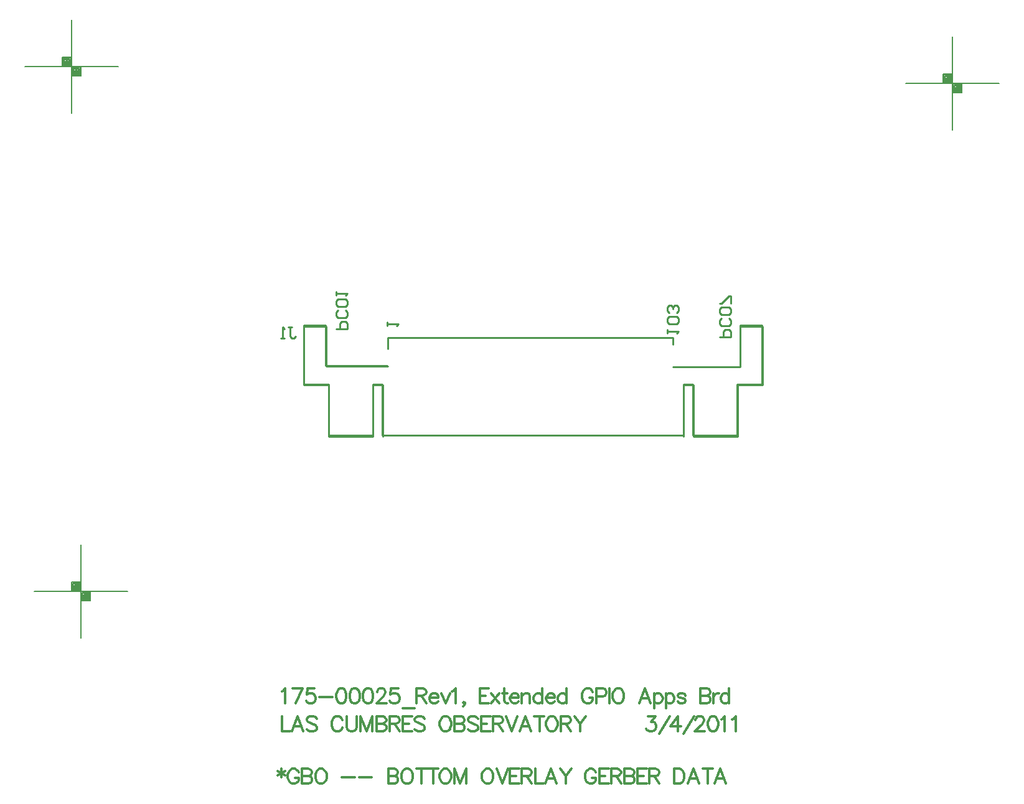
<source format=gbo>
%FSLAX23Y23*%
%MOIN*%
G70*
G01*
G75*
G04 Layer_Color=32896*
%ADD10R,0.020X0.020*%
%ADD11R,0.016X0.020*%
%ADD12O,0.079X0.024*%
%ADD13R,0.078X0.048*%
%ADD14R,0.050X0.050*%
%ADD15R,0.014X0.060*%
%ADD16R,0.030X0.100*%
%ADD17R,0.031X0.060*%
%ADD18R,0.039X0.063*%
%ADD19C,0.020*%
%ADD20C,0.010*%
%ADD21C,0.005*%
%ADD22C,0.012*%
%ADD23C,0.008*%
%ADD24C,0.012*%
%ADD25C,0.012*%
%ADD26R,0.059X0.059*%
%ADD27C,0.059*%
%ADD28C,0.219*%
%ADD29C,0.024*%
%ADD30C,0.040*%
%ADD31C,0.075*%
%ADD32C,0.206*%
%ADD33C,0.050*%
G04:AMPARAMS|DCode=34|XSize=70mil|YSize=70mil|CornerRadius=0mil|HoleSize=0mil|Usage=FLASHONLY|Rotation=0.000|XOffset=0mil|YOffset=0mil|HoleType=Round|Shape=Relief|Width=10mil|Gap=10mil|Entries=4|*
%AMTHD34*
7,0,0,0.070,0.050,0.010,45*
%
%ADD34THD34*%
%ADD35C,0.010*%
%ADD36C,0.010*%
%ADD37C,0.008*%
%ADD38C,0.007*%
%ADD39C,0.007*%
%ADD40R,0.226X0.148*%
%ADD41R,0.028X0.028*%
%ADD42R,0.024X0.028*%
%ADD43O,0.087X0.032*%
%ADD44R,0.086X0.056*%
%ADD45R,0.058X0.058*%
%ADD46R,0.022X0.068*%
%ADD47R,0.038X0.108*%
%ADD48R,0.039X0.068*%
%ADD49R,0.047X0.071*%
%ADD50R,0.067X0.067*%
%ADD51C,0.067*%
%ADD52C,0.227*%
%ADD53C,0.032*%
%ADD54R,0.259X0.803*%
D20*
X22171Y16030D02*
X22172Y15972D01*
X21840Y15881D02*
Y16097D01*
X21722Y15782D02*
Y16097D01*
X22143Y15507D02*
Y15782D01*
X22092Y15507D02*
Y15782D01*
X21855Y15507D02*
Y15782D01*
X22092D02*
X22143D01*
X21722Y16097D02*
X21840D01*
X21722Y15782D02*
X21855D01*
X21840Y15881D02*
X22170D01*
X21855Y15507D02*
X22092D01*
X22143D02*
X23757D01*
X23807D02*
X24043D01*
X23700Y15876D02*
X24059D01*
X24043Y15782D02*
X24177D01*
X24059Y16097D02*
X24177D01*
X23756Y15782D02*
X23807D01*
X24043Y15507D02*
Y15782D01*
X23807Y15507D02*
Y15782D01*
X23756Y15507D02*
Y15782D01*
X24177D02*
Y16097D01*
X24059Y15881D02*
Y16097D01*
X24060Y15877D02*
Y16093D01*
X24178Y15778D02*
Y16093D01*
X23757Y15503D02*
Y15778D01*
X23808Y15503D02*
Y15778D01*
X24044Y15503D02*
Y15778D01*
X23757D02*
X23808D01*
X24060Y16093D02*
X24178D01*
X24044Y15778D02*
X24178D01*
X23808Y15503D02*
X24044D01*
X21856D02*
X22093D01*
X21841Y15877D02*
X22171D01*
X21723Y15778D02*
X21856D01*
X21723Y16093D02*
X21841D01*
X22093Y15778D02*
X22144D01*
X21856Y15503D02*
Y15778D01*
X22093Y15503D02*
Y15778D01*
X22144Y15503D02*
Y15778D01*
X21723D02*
Y16093D01*
X21841Y15877D02*
Y16093D01*
X22171Y16030D02*
X23700D01*
Y15995D02*
Y16030D01*
X21640Y16088D02*
X21660D01*
X21650D01*
Y16038D01*
X21660Y16028D01*
X21670D01*
X21680Y16038D01*
X21620Y16028D02*
X21600D01*
X21610D01*
Y16088D01*
X21620Y16078D01*
X22170Y16095D02*
Y16115D01*
Y16105D01*
X22230D01*
X22220Y16095D01*
X23670Y16055D02*
Y16075D01*
Y16065D01*
X23730D01*
X23720Y16055D01*
Y16105D02*
X23730Y16115D01*
Y16135D01*
X23720Y16145D01*
X23680D01*
X23670Y16135D01*
Y16115D01*
X23680Y16105D01*
X23720D01*
Y16165D02*
X23730Y16175D01*
Y16195D01*
X23720Y16205D01*
X23710D01*
X23700Y16195D01*
Y16185D01*
Y16195D01*
X23690Y16205D01*
X23680D01*
X23670Y16195D01*
Y16175D01*
X23680Y16165D01*
X21897Y16077D02*
X21957D01*
Y16107D01*
X21947Y16117D01*
X21927D01*
X21917Y16107D01*
Y16077D01*
X21947Y16177D02*
X21957Y16167D01*
Y16147D01*
X21947Y16137D01*
X21907D01*
X21897Y16147D01*
Y16167D01*
X21907Y16177D01*
X21947Y16197D02*
X21957Y16207D01*
Y16227D01*
X21947Y16237D01*
X21907D01*
X21897Y16227D01*
Y16207D01*
X21907Y16197D01*
X21947D01*
X21897Y16257D02*
Y16277D01*
Y16267D01*
X21957D01*
X21947Y16257D01*
X23950Y16035D02*
X24010D01*
Y16065D01*
X24000Y16075D01*
X23980D01*
X23970Y16065D01*
Y16035D01*
X24000Y16135D02*
X24010Y16125D01*
Y16105D01*
X24000Y16095D01*
X23960D01*
X23950Y16105D01*
Y16125D01*
X23960Y16135D01*
X24000Y16155D02*
X24010Y16165D01*
Y16185D01*
X24000Y16195D01*
X23960D01*
X23950Y16185D01*
Y16165D01*
X23960Y16155D01*
X24000D01*
X24010Y16215D02*
Y16255D01*
X24000D01*
X23960Y16215D01*
X23950D01*
D22*
X21602Y13720D02*
Y13675D01*
X21583Y13709D02*
X21621Y13686D01*
Y13709D02*
X21583Y13686D01*
X21694Y13701D02*
X21691Y13709D01*
X21683Y13716D01*
X21675Y13720D01*
X21660D01*
X21653Y13716D01*
X21645Y13709D01*
X21641Y13701D01*
X21637Y13690D01*
Y13671D01*
X21641Y13659D01*
X21645Y13652D01*
X21653Y13644D01*
X21660Y13640D01*
X21675D01*
X21683Y13644D01*
X21691Y13652D01*
X21694Y13659D01*
Y13671D01*
X21675D02*
X21694D01*
X21713Y13720D02*
Y13640D01*
Y13720D02*
X21747D01*
X21758Y13716D01*
X21762Y13713D01*
X21766Y13705D01*
Y13697D01*
X21762Y13690D01*
X21758Y13686D01*
X21747Y13682D01*
X21713D02*
X21747D01*
X21758Y13678D01*
X21762Y13675D01*
X21766Y13667D01*
Y13656D01*
X21762Y13648D01*
X21758Y13644D01*
X21747Y13640D01*
X21713D01*
X21807Y13720D02*
X21799Y13716D01*
X21792Y13709D01*
X21788Y13701D01*
X21784Y13690D01*
Y13671D01*
X21788Y13659D01*
X21792Y13652D01*
X21799Y13644D01*
X21807Y13640D01*
X21822D01*
X21830Y13644D01*
X21837Y13652D01*
X21841Y13659D01*
X21845Y13671D01*
Y13690D01*
X21841Y13701D01*
X21837Y13709D01*
X21830Y13716D01*
X21822Y13720D01*
X21807D01*
X21926Y13675D02*
X21995D01*
X22019D02*
X22087D01*
X22174Y13720D02*
Y13640D01*
Y13720D02*
X22208D01*
X22219Y13716D01*
X22223Y13713D01*
X22227Y13705D01*
Y13697D01*
X22223Y13690D01*
X22219Y13686D01*
X22208Y13682D01*
X22174D02*
X22208D01*
X22219Y13678D01*
X22223Y13675D01*
X22227Y13667D01*
Y13656D01*
X22223Y13648D01*
X22219Y13644D01*
X22208Y13640D01*
X22174D01*
X22268Y13720D02*
X22260Y13716D01*
X22252Y13709D01*
X22249Y13701D01*
X22245Y13690D01*
Y13671D01*
X22249Y13659D01*
X22252Y13652D01*
X22260Y13644D01*
X22268Y13640D01*
X22283D01*
X22291Y13644D01*
X22298Y13652D01*
X22302Y13659D01*
X22306Y13671D01*
Y13690D01*
X22302Y13701D01*
X22298Y13709D01*
X22291Y13716D01*
X22283Y13720D01*
X22268D01*
X22351D02*
Y13640D01*
X22324Y13720D02*
X22378D01*
X22414D02*
Y13640D01*
X22387Y13720D02*
X22441D01*
X22473D02*
X22465Y13716D01*
X22458Y13709D01*
X22454Y13701D01*
X22450Y13690D01*
Y13671D01*
X22454Y13659D01*
X22458Y13652D01*
X22465Y13644D01*
X22473Y13640D01*
X22488D01*
X22496Y13644D01*
X22503Y13652D01*
X22507Y13659D01*
X22511Y13671D01*
Y13690D01*
X22507Y13701D01*
X22503Y13709D01*
X22496Y13716D01*
X22488Y13720D01*
X22473D01*
X22530D02*
Y13640D01*
Y13720D02*
X22560Y13640D01*
X22591Y13720D02*
X22560Y13640D01*
X22591Y13720D02*
Y13640D01*
X22699Y13720D02*
X22692Y13716D01*
X22684Y13709D01*
X22680Y13701D01*
X22676Y13690D01*
Y13671D01*
X22680Y13659D01*
X22684Y13652D01*
X22692Y13644D01*
X22699Y13640D01*
X22714D01*
X22722Y13644D01*
X22730Y13652D01*
X22733Y13659D01*
X22737Y13671D01*
Y13690D01*
X22733Y13701D01*
X22730Y13709D01*
X22722Y13716D01*
X22714Y13720D01*
X22699D01*
X22756D02*
X22786Y13640D01*
X22817Y13720D02*
X22786Y13640D01*
X22877Y13720D02*
X22827D01*
Y13640D01*
X22877D01*
X22827Y13682D02*
X22858D01*
X22890Y13720D02*
Y13640D01*
Y13720D02*
X22924D01*
X22936Y13716D01*
X22940Y13713D01*
X22943Y13705D01*
Y13697D01*
X22940Y13690D01*
X22936Y13686D01*
X22924Y13682D01*
X22890D01*
X22917D02*
X22943Y13640D01*
X22961Y13720D02*
Y13640D01*
X23007D01*
X23077D02*
X23046Y13720D01*
X23016Y13640D01*
X23027Y13667D02*
X23065D01*
X23095Y13720D02*
X23126Y13682D01*
Y13640D01*
X23156Y13720D02*
X23126Y13682D01*
X23287Y13701D02*
X23283Y13709D01*
X23275Y13716D01*
X23267Y13720D01*
X23252D01*
X23245Y13716D01*
X23237Y13709D01*
X23233Y13701D01*
X23229Y13690D01*
Y13671D01*
X23233Y13659D01*
X23237Y13652D01*
X23245Y13644D01*
X23252Y13640D01*
X23267D01*
X23275Y13644D01*
X23283Y13652D01*
X23287Y13659D01*
Y13671D01*
X23267D02*
X23287D01*
X23354Y13720D02*
X23305D01*
Y13640D01*
X23354D01*
X23305Y13682D02*
X23335D01*
X23368Y13720D02*
Y13640D01*
Y13720D02*
X23402D01*
X23413Y13716D01*
X23417Y13713D01*
X23421Y13705D01*
Y13697D01*
X23417Y13690D01*
X23413Y13686D01*
X23402Y13682D01*
X23368D01*
X23394D02*
X23421Y13640D01*
X23439Y13720D02*
Y13640D01*
Y13720D02*
X23473D01*
X23485Y13716D01*
X23488Y13713D01*
X23492Y13705D01*
Y13697D01*
X23488Y13690D01*
X23485Y13686D01*
X23473Y13682D01*
X23439D02*
X23473D01*
X23485Y13678D01*
X23488Y13675D01*
X23492Y13667D01*
Y13656D01*
X23488Y13648D01*
X23485Y13644D01*
X23473Y13640D01*
X23439D01*
X23560Y13720D02*
X23510D01*
Y13640D01*
X23560D01*
X23510Y13682D02*
X23541D01*
X23573Y13720D02*
Y13640D01*
Y13720D02*
X23607D01*
X23619Y13716D01*
X23622Y13713D01*
X23626Y13705D01*
Y13697D01*
X23622Y13690D01*
X23619Y13686D01*
X23607Y13682D01*
X23573D01*
X23600D02*
X23626Y13640D01*
X23707Y13720D02*
Y13640D01*
Y13720D02*
X23734D01*
X23745Y13716D01*
X23753Y13709D01*
X23757Y13701D01*
X23760Y13690D01*
Y13671D01*
X23757Y13659D01*
X23753Y13652D01*
X23745Y13644D01*
X23734Y13640D01*
X23707D01*
X23839D02*
X23809Y13720D01*
X23778Y13640D01*
X23790Y13667D02*
X23828D01*
X23884Y13720D02*
Y13640D01*
X23858Y13720D02*
X23911D01*
X23982Y13640D02*
X23951Y13720D01*
X23921Y13640D01*
X23932Y13667D02*
X23970D01*
D23*
X24944Y17396D02*
X25444D01*
X25194Y17146D02*
Y17646D01*
X25144Y17396D02*
Y17446D01*
X25194D01*
X25244Y17346D02*
Y17396D01*
X25194Y17346D02*
X25244D01*
X25199Y17391D02*
X25239D01*
Y17351D02*
Y17391D01*
X25199Y17351D02*
X25239D01*
X25199D02*
Y17391D01*
X25204Y17386D02*
X25234D01*
Y17356D02*
Y17386D01*
X25204Y17356D02*
X25234D01*
X25204D02*
Y17381D01*
X25209D02*
X25229D01*
Y17361D02*
Y17381D01*
X25209Y17361D02*
X25229D01*
X25209D02*
Y17376D01*
X25214D02*
X25224D01*
Y17366D02*
Y17376D01*
X25214Y17366D02*
X25224D01*
X25214D02*
Y17376D01*
Y17371D02*
X25224D01*
X25149Y17441D02*
X25189D01*
Y17401D02*
Y17441D01*
X25149Y17401D02*
X25189D01*
X25149D02*
Y17441D01*
X25154Y17436D02*
X25184D01*
Y17406D02*
Y17436D01*
X25154Y17406D02*
X25184D01*
X25154D02*
Y17431D01*
X25159D02*
X25179D01*
Y17411D02*
Y17431D01*
X25159Y17411D02*
X25179D01*
X25159D02*
Y17426D01*
X25164D02*
X25174D01*
Y17416D02*
Y17426D01*
X25164Y17416D02*
X25174D01*
X25164D02*
Y17426D01*
Y17421D02*
X25174D01*
X20279Y14670D02*
X20779D01*
X20529Y14420D02*
Y14920D01*
X20479Y14670D02*
Y14720D01*
X20529D01*
X20579Y14620D02*
Y14670D01*
X20529Y14620D02*
X20579D01*
X20534Y14665D02*
X20574D01*
Y14625D02*
Y14665D01*
X20534Y14625D02*
X20574D01*
X20534D02*
Y14665D01*
X20539Y14660D02*
X20569D01*
Y14630D02*
Y14660D01*
X20539Y14630D02*
X20569D01*
X20539D02*
Y14655D01*
X20544D02*
X20564D01*
Y14635D02*
Y14655D01*
X20544Y14635D02*
X20564D01*
X20544D02*
Y14650D01*
X20549D02*
X20559D01*
Y14640D02*
Y14650D01*
X20549Y14640D02*
X20559D01*
X20549D02*
Y14650D01*
Y14645D02*
X20559D01*
X20484Y14715D02*
X20524D01*
Y14675D02*
Y14715D01*
X20484Y14675D02*
X20524D01*
X20484D02*
Y14715D01*
X20489Y14710D02*
X20519D01*
Y14680D02*
Y14710D01*
X20489Y14680D02*
X20519D01*
X20489D02*
Y14705D01*
X20494D02*
X20514D01*
Y14685D02*
Y14705D01*
X20494Y14685D02*
X20514D01*
X20494D02*
Y14700D01*
X20499D02*
X20509D01*
Y14690D02*
Y14700D01*
X20499Y14690D02*
X20509D01*
X20499D02*
Y14700D01*
Y14695D02*
X20509D01*
X20230Y17485D02*
X20730D01*
X20480Y17235D02*
Y17735D01*
X20430Y17485D02*
Y17535D01*
X20480D01*
X20530Y17435D02*
Y17485D01*
X20480Y17435D02*
X20530D01*
X20485Y17480D02*
X20525D01*
Y17440D02*
Y17480D01*
X20485Y17440D02*
X20525D01*
X20485D02*
Y17480D01*
X20490Y17475D02*
X20520D01*
Y17445D02*
Y17475D01*
X20490Y17445D02*
X20520D01*
X20490D02*
Y17470D01*
X20495D02*
X20515D01*
Y17450D02*
Y17470D01*
X20495Y17450D02*
X20515D01*
X20495D02*
Y17465D01*
X20500D02*
X20510D01*
Y17455D02*
Y17465D01*
X20500Y17455D02*
X20510D01*
X20500D02*
Y17465D01*
Y17460D02*
X20510D01*
X20435Y17530D02*
X20475D01*
Y17490D02*
Y17530D01*
X20435Y17490D02*
X20475D01*
X20435D02*
Y17530D01*
X20440Y17525D02*
X20470D01*
Y17495D02*
Y17525D01*
X20440Y17495D02*
X20470D01*
X20440D02*
Y17520D01*
X20445D02*
X20465D01*
Y17500D02*
Y17520D01*
X20445Y17500D02*
X20465D01*
X20445D02*
Y17515D01*
X20450D02*
X20460D01*
Y17505D02*
Y17515D01*
X20450Y17505D02*
X20460D01*
X20450D02*
Y17515D01*
Y17510D02*
X20460D01*
D24*
X21604Y14136D02*
X21612Y14139D01*
X21623Y14151D01*
Y14071D01*
X21716Y14151D02*
X21678Y14071D01*
X21663Y14151D02*
X21716D01*
X21779D02*
X21741D01*
X21738Y14117D01*
X21741Y14120D01*
X21753Y14124D01*
X21764D01*
X21776Y14120D01*
X21783Y14113D01*
X21787Y14101D01*
Y14094D01*
X21783Y14082D01*
X21776Y14075D01*
X21764Y14071D01*
X21753D01*
X21741Y14075D01*
X21738Y14079D01*
X21734Y14086D01*
X21805Y14105D02*
X21874D01*
X21920Y14151D02*
X21909Y14147D01*
X21901Y14136D01*
X21897Y14117D01*
Y14105D01*
X21901Y14086D01*
X21909Y14075D01*
X21920Y14071D01*
X21928D01*
X21939Y14075D01*
X21947Y14086D01*
X21950Y14105D01*
Y14117D01*
X21947Y14136D01*
X21939Y14147D01*
X21928Y14151D01*
X21920D01*
X21991D02*
X21980Y14147D01*
X21972Y14136D01*
X21968Y14117D01*
Y14105D01*
X21972Y14086D01*
X21980Y14075D01*
X21991Y14071D01*
X21999D01*
X22010Y14075D01*
X22018Y14086D01*
X22022Y14105D01*
Y14117D01*
X22018Y14136D01*
X22010Y14147D01*
X21999Y14151D01*
X21991D01*
X22062D02*
X22051Y14147D01*
X22043Y14136D01*
X22040Y14117D01*
Y14105D01*
X22043Y14086D01*
X22051Y14075D01*
X22062Y14071D01*
X22070D01*
X22082Y14075D01*
X22089Y14086D01*
X22093Y14105D01*
Y14117D01*
X22089Y14136D01*
X22082Y14147D01*
X22070Y14151D01*
X22062D01*
X22115Y14132D02*
Y14136D01*
X22118Y14143D01*
X22122Y14147D01*
X22130Y14151D01*
X22145D01*
X22153Y14147D01*
X22157Y14143D01*
X22160Y14136D01*
Y14128D01*
X22157Y14120D01*
X22149Y14109D01*
X22111Y14071D01*
X22164D01*
X22228Y14151D02*
X22190D01*
X22186Y14117D01*
X22190Y14120D01*
X22201Y14124D01*
X22213D01*
X22224Y14120D01*
X22232Y14113D01*
X22235Y14101D01*
Y14094D01*
X22232Y14082D01*
X22224Y14075D01*
X22213Y14071D01*
X22201D01*
X22190Y14075D01*
X22186Y14079D01*
X22182Y14086D01*
X22253Y14044D02*
X22314D01*
X22325Y14151D02*
Y14071D01*
Y14151D02*
X22359D01*
X22370Y14147D01*
X22374Y14143D01*
X22378Y14136D01*
Y14128D01*
X22374Y14120D01*
X22370Y14117D01*
X22359Y14113D01*
X22325D01*
X22351D02*
X22378Y14071D01*
X22396Y14101D02*
X22441D01*
Y14109D01*
X22438Y14117D01*
X22434Y14120D01*
X22426Y14124D01*
X22415D01*
X22407Y14120D01*
X22400Y14113D01*
X22396Y14101D01*
Y14094D01*
X22400Y14082D01*
X22407Y14075D01*
X22415Y14071D01*
X22426D01*
X22434Y14075D01*
X22441Y14082D01*
X22459Y14124D02*
X22481Y14071D01*
X22504Y14124D02*
X22481Y14071D01*
X22517Y14136D02*
X22525Y14139D01*
X22536Y14151D01*
Y14071D01*
X22584Y14075D02*
X22580Y14071D01*
X22576Y14075D01*
X22580Y14079D01*
X22584Y14075D01*
Y14067D01*
X22580Y14059D01*
X22576Y14056D01*
X22713Y14151D02*
X22664D01*
Y14071D01*
X22713D01*
X22664Y14113D02*
X22694D01*
X22727Y14124D02*
X22769Y14071D01*
Y14124D02*
X22727Y14071D01*
X22797Y14151D02*
Y14086D01*
X22801Y14075D01*
X22808Y14071D01*
X22816D01*
X22785Y14124D02*
X22812D01*
X22827Y14101D02*
X22873D01*
Y14109D01*
X22869Y14117D01*
X22865Y14120D01*
X22858Y14124D01*
X22846D01*
X22839Y14120D01*
X22831Y14113D01*
X22827Y14101D01*
Y14094D01*
X22831Y14082D01*
X22839Y14075D01*
X22846Y14071D01*
X22858D01*
X22865Y14075D01*
X22873Y14082D01*
X22890Y14124D02*
Y14071D01*
Y14109D02*
X22902Y14120D01*
X22909Y14124D01*
X22921D01*
X22928Y14120D01*
X22932Y14109D01*
Y14071D01*
X22999Y14151D02*
Y14071D01*
Y14113D02*
X22991Y14120D01*
X22983Y14124D01*
X22972D01*
X22964Y14120D01*
X22957Y14113D01*
X22953Y14101D01*
Y14094D01*
X22957Y14082D01*
X22964Y14075D01*
X22972Y14071D01*
X22983D01*
X22991Y14075D01*
X22999Y14082D01*
X23020Y14101D02*
X23066D01*
Y14109D01*
X23062Y14117D01*
X23058Y14120D01*
X23050Y14124D01*
X23039D01*
X23031Y14120D01*
X23024Y14113D01*
X23020Y14101D01*
Y14094D01*
X23024Y14082D01*
X23031Y14075D01*
X23039Y14071D01*
X23050D01*
X23058Y14075D01*
X23066Y14082D01*
X23129Y14151D02*
Y14071D01*
Y14113D02*
X23121Y14120D01*
X23113Y14124D01*
X23102D01*
X23094Y14120D01*
X23087Y14113D01*
X23083Y14101D01*
Y14094D01*
X23087Y14082D01*
X23094Y14075D01*
X23102Y14071D01*
X23113D01*
X23121Y14075D01*
X23129Y14082D01*
X23270Y14132D02*
X23266Y14139D01*
X23258Y14147D01*
X23251Y14151D01*
X23236D01*
X23228Y14147D01*
X23220Y14139D01*
X23217Y14132D01*
X23213Y14120D01*
Y14101D01*
X23217Y14090D01*
X23220Y14082D01*
X23228Y14075D01*
X23236Y14071D01*
X23251D01*
X23258Y14075D01*
X23266Y14082D01*
X23270Y14090D01*
Y14101D01*
X23251D02*
X23270D01*
X23288Y14109D02*
X23322D01*
X23334Y14113D01*
X23338Y14117D01*
X23341Y14124D01*
Y14136D01*
X23338Y14143D01*
X23334Y14147D01*
X23322Y14151D01*
X23288D01*
Y14071D01*
X23359Y14151D02*
Y14071D01*
X23399Y14151D02*
X23391Y14147D01*
X23384Y14139D01*
X23380Y14132D01*
X23376Y14120D01*
Y14101D01*
X23380Y14090D01*
X23384Y14082D01*
X23391Y14075D01*
X23399Y14071D01*
X23414D01*
X23422Y14075D01*
X23429Y14082D01*
X23433Y14090D01*
X23437Y14101D01*
Y14120D01*
X23433Y14132D01*
X23429Y14139D01*
X23422Y14147D01*
X23414Y14151D01*
X23399D01*
X23579Y14071D02*
X23549Y14151D01*
X23519Y14071D01*
X23530Y14098D02*
X23568D01*
X23598Y14124D02*
Y14044D01*
Y14113D02*
X23606Y14120D01*
X23613Y14124D01*
X23625D01*
X23632Y14120D01*
X23640Y14113D01*
X23644Y14101D01*
Y14094D01*
X23640Y14082D01*
X23632Y14075D01*
X23625Y14071D01*
X23613D01*
X23606Y14075D01*
X23598Y14082D01*
X23661Y14124D02*
Y14044D01*
Y14113D02*
X23669Y14120D01*
X23676Y14124D01*
X23688D01*
X23695Y14120D01*
X23703Y14113D01*
X23707Y14101D01*
Y14094D01*
X23703Y14082D01*
X23695Y14075D01*
X23688Y14071D01*
X23676D01*
X23669Y14075D01*
X23661Y14082D01*
X23766Y14113D02*
X23762Y14120D01*
X23750Y14124D01*
X23739D01*
X23728Y14120D01*
X23724Y14113D01*
X23728Y14105D01*
X23735Y14101D01*
X23754Y14098D01*
X23762Y14094D01*
X23766Y14086D01*
Y14082D01*
X23762Y14075D01*
X23750Y14071D01*
X23739D01*
X23728Y14075D01*
X23724Y14082D01*
X23845Y14151D02*
Y14071D01*
Y14151D02*
X23880D01*
X23891Y14147D01*
X23895Y14143D01*
X23899Y14136D01*
Y14128D01*
X23895Y14120D01*
X23891Y14117D01*
X23880Y14113D01*
X23845D02*
X23880D01*
X23891Y14109D01*
X23895Y14105D01*
X23899Y14098D01*
Y14086D01*
X23895Y14079D01*
X23891Y14075D01*
X23880Y14071D01*
X23845D01*
X23917Y14124D02*
Y14071D01*
Y14101D02*
X23920Y14113D01*
X23928Y14120D01*
X23936Y14124D01*
X23947D01*
X24000Y14151D02*
Y14071D01*
Y14113D02*
X23992Y14120D01*
X23985Y14124D01*
X23973D01*
X23966Y14120D01*
X23958Y14113D01*
X23954Y14101D01*
Y14094D01*
X23958Y14082D01*
X23966Y14075D01*
X23973Y14071D01*
X23985D01*
X23992Y14075D01*
X24000Y14082D01*
D25*
X21604Y14001D02*
Y13921D01*
X21650D01*
X21719D02*
X21689Y14001D01*
X21658Y13921D01*
X21670Y13948D02*
X21708D01*
X21791Y13989D02*
X21784Y13997D01*
X21772Y14001D01*
X21757D01*
X21746Y13997D01*
X21738Y13989D01*
Y13982D01*
X21742Y13974D01*
X21746Y13970D01*
X21753Y13967D01*
X21776Y13959D01*
X21784Y13955D01*
X21787Y13951D01*
X21791Y13944D01*
Y13932D01*
X21784Y13925D01*
X21772Y13921D01*
X21757D01*
X21746Y13925D01*
X21738Y13932D01*
X21929Y13982D02*
X21925Y13989D01*
X21918Y13997D01*
X21910Y14001D01*
X21895D01*
X21887Y13997D01*
X21880Y13989D01*
X21876Y13982D01*
X21872Y13970D01*
Y13951D01*
X21876Y13940D01*
X21880Y13932D01*
X21887Y13925D01*
X21895Y13921D01*
X21910D01*
X21918Y13925D01*
X21925Y13932D01*
X21929Y13940D01*
X21952Y14001D02*
Y13944D01*
X21955Y13932D01*
X21963Y13925D01*
X21974Y13921D01*
X21982D01*
X21994Y13925D01*
X22001Y13932D01*
X22005Y13944D01*
Y14001D01*
X22027D02*
Y13921D01*
Y14001D02*
X22058Y13921D01*
X22088Y14001D02*
X22058Y13921D01*
X22088Y14001D02*
Y13921D01*
X22111Y14001D02*
Y13921D01*
Y14001D02*
X22145D01*
X22157Y13997D01*
X22160Y13993D01*
X22164Y13986D01*
Y13978D01*
X22160Y13970D01*
X22157Y13967D01*
X22145Y13963D01*
X22111D02*
X22145D01*
X22157Y13959D01*
X22160Y13955D01*
X22164Y13948D01*
Y13936D01*
X22160Y13928D01*
X22157Y13925D01*
X22145Y13921D01*
X22111D01*
X22182Y14001D02*
Y13921D01*
Y14001D02*
X22216D01*
X22228Y13997D01*
X22232Y13993D01*
X22235Y13986D01*
Y13978D01*
X22232Y13970D01*
X22228Y13967D01*
X22216Y13963D01*
X22182D01*
X22209D02*
X22235Y13921D01*
X22303Y14001D02*
X22253D01*
Y13921D01*
X22303D01*
X22253Y13963D02*
X22284D01*
X22369Y13989D02*
X22362Y13997D01*
X22350Y14001D01*
X22335D01*
X22324Y13997D01*
X22316Y13989D01*
Y13982D01*
X22320Y13974D01*
X22324Y13970D01*
X22331Y13967D01*
X22354Y13959D01*
X22362Y13955D01*
X22366Y13951D01*
X22369Y13944D01*
Y13932D01*
X22362Y13925D01*
X22350Y13921D01*
X22335D01*
X22324Y13925D01*
X22316Y13932D01*
X22473Y14001D02*
X22465Y13997D01*
X22458Y13989D01*
X22454Y13982D01*
X22450Y13970D01*
Y13951D01*
X22454Y13940D01*
X22458Y13932D01*
X22465Y13925D01*
X22473Y13921D01*
X22488D01*
X22496Y13925D01*
X22504Y13932D01*
X22507Y13940D01*
X22511Y13951D01*
Y13970D01*
X22507Y13982D01*
X22504Y13989D01*
X22496Y13997D01*
X22488Y14001D01*
X22473D01*
X22530D02*
Y13921D01*
Y14001D02*
X22564D01*
X22576Y13997D01*
X22579Y13993D01*
X22583Y13986D01*
Y13978D01*
X22579Y13970D01*
X22576Y13967D01*
X22564Y13963D01*
X22530D02*
X22564D01*
X22576Y13959D01*
X22579Y13955D01*
X22583Y13948D01*
Y13936D01*
X22579Y13928D01*
X22576Y13925D01*
X22564Y13921D01*
X22530D01*
X22654Y13989D02*
X22647Y13997D01*
X22635Y14001D01*
X22620D01*
X22609Y13997D01*
X22601Y13989D01*
Y13982D01*
X22605Y13974D01*
X22609Y13970D01*
X22616Y13967D01*
X22639Y13959D01*
X22647Y13955D01*
X22651Y13951D01*
X22654Y13944D01*
Y13932D01*
X22647Y13925D01*
X22635Y13921D01*
X22620D01*
X22609Y13925D01*
X22601Y13932D01*
X22722Y14001D02*
X22672D01*
Y13921D01*
X22722D01*
X22672Y13963D02*
X22703D01*
X22735Y14001D02*
Y13921D01*
Y14001D02*
X22769D01*
X22781Y13997D01*
X22785Y13993D01*
X22788Y13986D01*
Y13978D01*
X22785Y13970D01*
X22781Y13967D01*
X22769Y13963D01*
X22735D01*
X22762D02*
X22788Y13921D01*
X22806Y14001D02*
X22837Y13921D01*
X22867Y14001D02*
X22837Y13921D01*
X22938D02*
X22908Y14001D01*
X22878Y13921D01*
X22889Y13948D02*
X22927D01*
X22984Y14001D02*
Y13921D01*
X22957Y14001D02*
X23010D01*
X23043D02*
X23035Y13997D01*
X23028Y13989D01*
X23024Y13982D01*
X23020Y13970D01*
Y13951D01*
X23024Y13940D01*
X23028Y13932D01*
X23035Y13925D01*
X23043Y13921D01*
X23058D01*
X23066Y13925D01*
X23073Y13932D01*
X23077Y13940D01*
X23081Y13951D01*
Y13970D01*
X23077Y13982D01*
X23073Y13989D01*
X23066Y13997D01*
X23058Y14001D01*
X23043D01*
X23100D02*
Y13921D01*
Y14001D02*
X23134D01*
X23145Y13997D01*
X23149Y13993D01*
X23153Y13986D01*
Y13978D01*
X23149Y13970D01*
X23145Y13967D01*
X23134Y13963D01*
X23100D01*
X23126D02*
X23153Y13921D01*
X23171Y14001D02*
X23201Y13963D01*
Y13921D01*
X23232Y14001D02*
X23201Y13963D01*
X23564Y14001D02*
X23606D01*
X23583Y13970D01*
X23594D01*
X23602Y13967D01*
X23606Y13963D01*
X23610Y13951D01*
Y13944D01*
X23606Y13932D01*
X23598Y13925D01*
X23587Y13921D01*
X23575D01*
X23564Y13925D01*
X23560Y13928D01*
X23556Y13936D01*
X23627Y13909D02*
X23681Y14001D01*
X23724D02*
X23686Y13948D01*
X23743D01*
X23724Y14001D02*
Y13921D01*
X23757Y13909D02*
X23811Y14001D01*
X23820Y13982D02*
Y13986D01*
X23824Y13993D01*
X23827Y13997D01*
X23835Y14001D01*
X23850D01*
X23858Y13997D01*
X23862Y13993D01*
X23866Y13986D01*
Y13978D01*
X23862Y13970D01*
X23854Y13959D01*
X23816Y13921D01*
X23869D01*
X23910Y14001D02*
X23899Y13997D01*
X23891Y13986D01*
X23887Y13967D01*
Y13955D01*
X23891Y13936D01*
X23899Y13925D01*
X23910Y13921D01*
X23918D01*
X23929Y13925D01*
X23937Y13936D01*
X23941Y13955D01*
Y13967D01*
X23937Y13986D01*
X23929Y13997D01*
X23918Y14001D01*
X23910D01*
X23958Y13986D02*
X23966Y13989D01*
X23977Y14001D01*
Y13921D01*
X24017Y13986D02*
X24025Y13989D01*
X24036Y14001D01*
Y13921D01*
M02*

</source>
